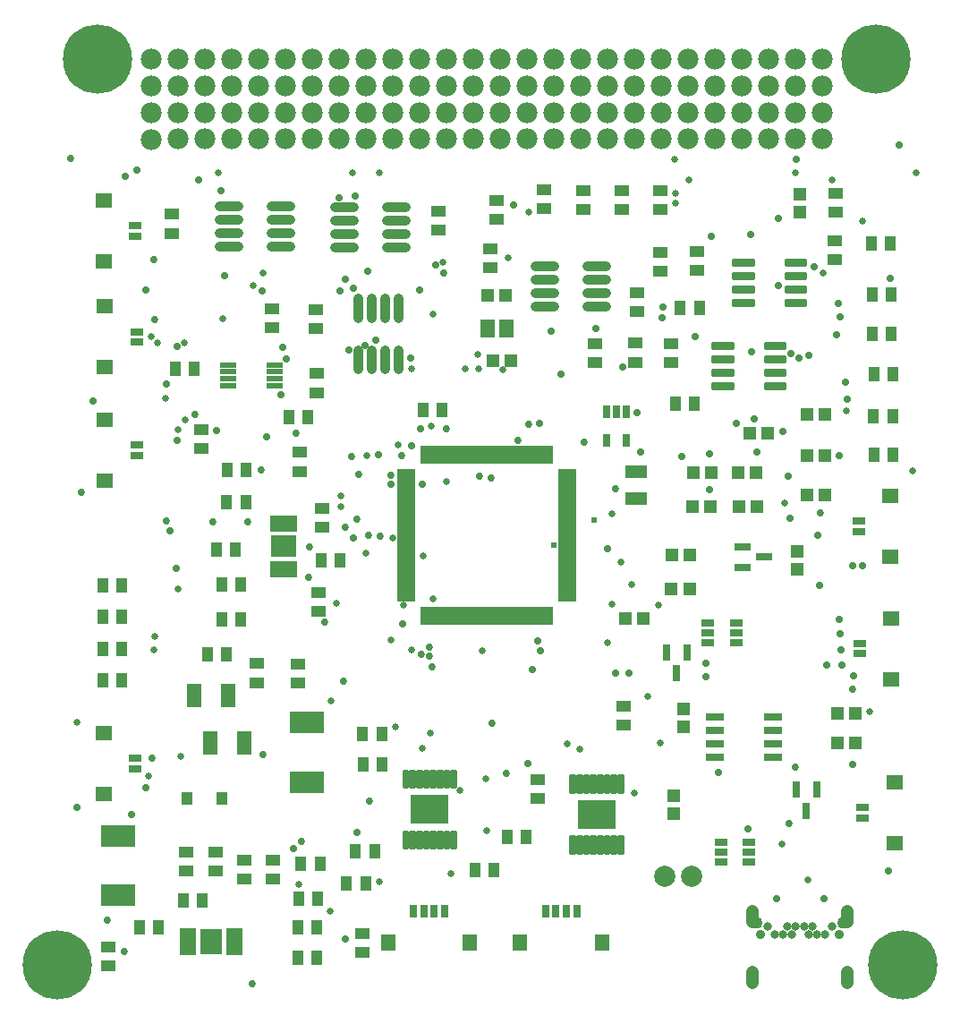
<source format=gbr>
G04 EAGLE Gerber RS-274X export*
G75*
%MOMM*%
%FSLAX34Y34*%
%LPD*%
%INSoldermask Bottom*%
%IPPOS*%
%AMOC8*
5,1,8,0,0,1.08239X$1,22.5*%
G01*
%ADD10R,1.003200X1.403200*%
%ADD11R,1.403200X1.003200*%
%ADD12R,1.403200X2.203200*%
%ADD13R,1.303200X1.203200*%
%ADD14R,1.016000X1.244600*%
%ADD15C,6.553200*%
%ADD16C,1.981200*%
%ADD17R,1.203200X0.753200*%
%ADD18R,1.503200X1.463200*%
%ADD19R,0.753200X1.203200*%
%ADD20R,1.463200X1.503200*%
%ADD21R,1.343200X1.673200*%
%ADD22R,1.203200X1.303200*%
%ADD23C,0.306600*%
%ADD24R,3.603200X2.683200*%
%ADD25R,1.524000X0.762000*%
%ADD26R,0.762000X1.524000*%
%ADD27R,1.676400X0.482600*%
%ADD28R,0.482600X1.676400*%
%ADD29R,1.524000X0.609600*%
%ADD30R,0.482600X1.600200*%
%ADD31R,2.362200X2.133600*%
%ADD32R,1.600200X0.482600*%
%ADD33R,2.133600X2.362200*%
%ADD34R,0.762000X1.625600*%
%ADD35C,0.903200*%
%ADD36C,0.803200*%
%ADD37C,1.203200*%
%ADD38C,1.103200*%
%ADD39C,0.903200*%
%ADD40R,2.103200X1.303200*%
%ADD41R,3.200400X2.159000*%
%ADD42R,1.663700X0.762000*%
%ADD43R,1.193800X0.711200*%
%ADD44R,0.711200X1.181100*%
%ADD45C,0.353406*%
%ADD46C,2.003200*%
%ADD47C,0.660400*%
%ADD48C,0.728200*%
%ADD49C,0.698500*%
%ADD50C,0.698200*%
%ADD51C,0.736600*%
%ADD52C,0.653200*%
%ADD53C,0.713200*%
%ADD54C,0.622300*%


D10*
X281252Y146464D03*
X299252Y146464D03*
D11*
X158916Y742794D03*
X158916Y760794D03*
D10*
X396870Y575684D03*
X414870Y575684D03*
D11*
X460114Y728057D03*
X460114Y710057D03*
X278750Y335467D03*
X278750Y317467D03*
X298142Y402939D03*
X298142Y384939D03*
X280119Y517690D03*
X280119Y535690D03*
D10*
X224053Y410625D03*
X206053Y410625D03*
D12*
X180335Y305671D03*
X212335Y305671D03*
D10*
X93800Y380000D03*
X111800Y380000D03*
X93800Y410000D03*
X111800Y410000D03*
X93800Y320000D03*
X111800Y320000D03*
X93800Y350000D03*
X111800Y350000D03*
D11*
X255016Y131970D03*
X255016Y149970D03*
D10*
X146668Y86106D03*
X128668Y86106D03*
D11*
X99060Y49674D03*
X99060Y67674D03*
D10*
X278274Y86444D03*
X296274Y86444D03*
D11*
X172212Y139590D03*
X172212Y157590D03*
D12*
X195592Y260652D03*
X227592Y260652D03*
D10*
X228975Y488901D03*
X210975Y488901D03*
D13*
X462670Y622046D03*
X479670Y622046D03*
X457844Y684530D03*
X474844Y684530D03*
X759955Y495173D03*
X776955Y495173D03*
X759862Y532916D03*
X776862Y532916D03*
X759914Y571473D03*
X776914Y571473D03*
X722846Y553481D03*
X705846Y553481D03*
X711732Y516801D03*
X694732Y516801D03*
X669417Y516496D03*
X652417Y516496D03*
X669054Y484138D03*
X652054Y484138D03*
D11*
X295854Y610089D03*
X295854Y592089D03*
D10*
X269547Y569183D03*
X287547Y569183D03*
X192848Y344325D03*
X210848Y344325D03*
D14*
X206050Y208602D03*
X173030Y208602D03*
D15*
X50800Y50800D03*
X850900Y50800D03*
X825500Y908050D03*
X88900Y908050D03*
D16*
X774700Y908050D03*
X774700Y882650D03*
X139700Y908050D03*
X139700Y882650D03*
X749300Y908050D03*
X749300Y882650D03*
X723900Y908050D03*
X723900Y882650D03*
X698500Y908050D03*
X698500Y882650D03*
X673100Y908050D03*
X673100Y882650D03*
X647700Y908050D03*
X647700Y882650D03*
X622300Y908050D03*
X622300Y882650D03*
X596900Y908050D03*
X596900Y882650D03*
X571500Y908050D03*
X571500Y882650D03*
X546100Y908050D03*
X546100Y882650D03*
X520700Y908050D03*
X520700Y882650D03*
X495300Y908050D03*
X495300Y882650D03*
X469900Y908050D03*
X469900Y882650D03*
X444500Y908050D03*
X444500Y882650D03*
X419100Y908050D03*
X419100Y882650D03*
X393700Y908050D03*
X393700Y882650D03*
X368300Y908050D03*
X368300Y882650D03*
X342900Y908050D03*
X342900Y882650D03*
X317500Y908050D03*
X317500Y882650D03*
X292100Y908050D03*
X292100Y882650D03*
X266700Y908050D03*
X266700Y882650D03*
X241300Y908050D03*
X241300Y882650D03*
X215900Y908050D03*
X215900Y882650D03*
X190500Y908050D03*
X190500Y882650D03*
X165100Y908050D03*
X165100Y882650D03*
X774700Y857250D03*
X774700Y832231D03*
X139700Y857250D03*
X139700Y831850D03*
X749300Y857250D03*
X749300Y832231D03*
X723900Y857250D03*
X723900Y832231D03*
X698500Y857250D03*
X698500Y832231D03*
X673100Y857250D03*
X673100Y832231D03*
X647700Y857250D03*
X647700Y832231D03*
X622300Y857250D03*
X622300Y832231D03*
X596900Y857250D03*
X596900Y832231D03*
X571500Y857250D03*
X571500Y832231D03*
X546100Y857250D03*
X546100Y832231D03*
X520700Y857250D03*
X520700Y832231D03*
X495300Y857250D03*
X495300Y832231D03*
X469900Y857250D03*
X469900Y832231D03*
X444500Y857250D03*
X444500Y832231D03*
X419100Y857250D03*
X419100Y832231D03*
X393700Y857250D03*
X393700Y832231D03*
X368300Y857250D03*
X368300Y832231D03*
X342900Y857250D03*
X342900Y832231D03*
X317500Y857250D03*
X317500Y832231D03*
X292100Y857250D03*
X292100Y832231D03*
X266700Y857250D03*
X266700Y832231D03*
X241300Y857250D03*
X241300Y832231D03*
X215900Y857250D03*
X215900Y832231D03*
X190500Y857250D03*
X190500Y832231D03*
X165100Y857250D03*
X165100Y832231D03*
D17*
X809709Y355117D03*
X809709Y345117D03*
D18*
X839609Y378867D03*
X839609Y321317D03*
D17*
X812800Y199748D03*
X812800Y189748D03*
D18*
X842700Y223498D03*
X842700Y165948D03*
D17*
X125576Y639802D03*
X125576Y649802D03*
D18*
X95676Y616052D03*
X95676Y673602D03*
D17*
X124460Y739979D03*
X124460Y749979D03*
D18*
X94560Y716229D03*
X94560Y773779D03*
D19*
X542455Y101693D03*
X532455Y101693D03*
X522455Y101693D03*
X512455Y101693D03*
D20*
X566205Y71793D03*
X488655Y71793D03*
D19*
X417413Y101777D03*
X407413Y101777D03*
X397413Y101777D03*
X387413Y101777D03*
D20*
X441163Y71877D03*
X363613Y71877D03*
D21*
X457952Y652526D03*
X475752Y652526D03*
D13*
X631760Y406092D03*
X648760Y406092D03*
D22*
X634239Y211108D03*
X634239Y194108D03*
D13*
X788860Y261233D03*
X805860Y261233D03*
X805960Y288904D03*
X788960Y288904D03*
D11*
X239684Y317783D03*
X239684Y335783D03*
D10*
X201353Y443791D03*
X219353Y443791D03*
X229455Y519027D03*
X211455Y519027D03*
X224053Y377606D03*
X206053Y377606D03*
D11*
X586570Y295851D03*
X586570Y277851D03*
X504952Y225916D03*
X504952Y207916D03*
D10*
X463914Y140716D03*
X445914Y140716D03*
X324422Y128278D03*
X342422Y128278D03*
X187942Y112200D03*
X169942Y112200D03*
D11*
X227584Y150224D03*
X227584Y132224D03*
D10*
X278867Y113538D03*
X296867Y113538D03*
D11*
X200406Y139844D03*
X200406Y157844D03*
D10*
X840064Y685082D03*
X822064Y685082D03*
D13*
X712323Y484740D03*
X695323Y484740D03*
D10*
X476140Y171704D03*
X494140Y171704D03*
X332776Y158458D03*
X350776Y158458D03*
X180030Y614913D03*
X162030Y614913D03*
D11*
X186883Y557114D03*
X186883Y539114D03*
X295406Y670536D03*
X295406Y652536D03*
X253365Y653486D03*
X253365Y671486D03*
D13*
X605400Y378460D03*
X588400Y378460D03*
D22*
X750993Y424745D03*
X750993Y441745D03*
D13*
X649460Y439030D03*
X632460Y439030D03*
D23*
X585369Y171673D02*
X585369Y157007D01*
X582303Y157007D01*
X582303Y171673D01*
X585369Y171673D01*
X585369Y159920D02*
X582303Y159920D01*
X582303Y162833D02*
X585369Y162833D01*
X585369Y165746D02*
X582303Y165746D01*
X582303Y168659D02*
X585369Y168659D01*
X585369Y171572D02*
X582303Y171572D01*
X578869Y171673D02*
X578869Y157007D01*
X575803Y157007D01*
X575803Y171673D01*
X578869Y171673D01*
X578869Y159920D02*
X575803Y159920D01*
X575803Y162833D02*
X578869Y162833D01*
X578869Y165746D02*
X575803Y165746D01*
X575803Y168659D02*
X578869Y168659D01*
X578869Y171572D02*
X575803Y171572D01*
X572369Y171673D02*
X572369Y157007D01*
X569303Y157007D01*
X569303Y171673D01*
X572369Y171673D01*
X572369Y159920D02*
X569303Y159920D01*
X569303Y162833D02*
X572369Y162833D01*
X572369Y165746D02*
X569303Y165746D01*
X569303Y168659D02*
X572369Y168659D01*
X572369Y171572D02*
X569303Y171572D01*
X565869Y171673D02*
X565869Y157007D01*
X562803Y157007D01*
X562803Y171673D01*
X565869Y171673D01*
X565869Y159920D02*
X562803Y159920D01*
X562803Y162833D02*
X565869Y162833D01*
X565869Y165746D02*
X562803Y165746D01*
X562803Y168659D02*
X565869Y168659D01*
X565869Y171572D02*
X562803Y171572D01*
X559369Y171673D02*
X559369Y157007D01*
X556303Y157007D01*
X556303Y171673D01*
X559369Y171673D01*
X559369Y159920D02*
X556303Y159920D01*
X556303Y162833D02*
X559369Y162833D01*
X559369Y165746D02*
X556303Y165746D01*
X556303Y168659D02*
X559369Y168659D01*
X559369Y171572D02*
X556303Y171572D01*
X552869Y171673D02*
X552869Y157007D01*
X549803Y157007D01*
X549803Y171673D01*
X552869Y171673D01*
X552869Y159920D02*
X549803Y159920D01*
X549803Y162833D02*
X552869Y162833D01*
X552869Y165746D02*
X549803Y165746D01*
X549803Y168659D02*
X552869Y168659D01*
X552869Y171572D02*
X549803Y171572D01*
X546369Y171673D02*
X546369Y157007D01*
X543303Y157007D01*
X543303Y171673D01*
X546369Y171673D01*
X546369Y159920D02*
X543303Y159920D01*
X543303Y162833D02*
X546369Y162833D01*
X546369Y165746D02*
X543303Y165746D01*
X543303Y168659D02*
X546369Y168659D01*
X546369Y171572D02*
X543303Y171572D01*
X539869Y171673D02*
X539869Y157007D01*
X536803Y157007D01*
X536803Y171673D01*
X539869Y171673D01*
X539869Y159920D02*
X536803Y159920D01*
X536803Y162833D02*
X539869Y162833D01*
X539869Y165746D02*
X536803Y165746D01*
X536803Y168659D02*
X539869Y168659D01*
X539869Y171572D02*
X536803Y171572D01*
X539869Y214407D02*
X539869Y229073D01*
X539869Y214407D02*
X536803Y214407D01*
X536803Y229073D01*
X539869Y229073D01*
X539869Y217320D02*
X536803Y217320D01*
X536803Y220233D02*
X539869Y220233D01*
X539869Y223146D02*
X536803Y223146D01*
X536803Y226059D02*
X539869Y226059D01*
X539869Y228972D02*
X536803Y228972D01*
X546369Y229073D02*
X546369Y214407D01*
X543303Y214407D01*
X543303Y229073D01*
X546369Y229073D01*
X546369Y217320D02*
X543303Y217320D01*
X543303Y220233D02*
X546369Y220233D01*
X546369Y223146D02*
X543303Y223146D01*
X543303Y226059D02*
X546369Y226059D01*
X546369Y228972D02*
X543303Y228972D01*
X552869Y229073D02*
X552869Y214407D01*
X549803Y214407D01*
X549803Y229073D01*
X552869Y229073D01*
X552869Y217320D02*
X549803Y217320D01*
X549803Y220233D02*
X552869Y220233D01*
X552869Y223146D02*
X549803Y223146D01*
X549803Y226059D02*
X552869Y226059D01*
X552869Y228972D02*
X549803Y228972D01*
X559369Y229073D02*
X559369Y214407D01*
X556303Y214407D01*
X556303Y229073D01*
X559369Y229073D01*
X559369Y217320D02*
X556303Y217320D01*
X556303Y220233D02*
X559369Y220233D01*
X559369Y223146D02*
X556303Y223146D01*
X556303Y226059D02*
X559369Y226059D01*
X559369Y228972D02*
X556303Y228972D01*
X565869Y229073D02*
X565869Y214407D01*
X562803Y214407D01*
X562803Y229073D01*
X565869Y229073D01*
X565869Y217320D02*
X562803Y217320D01*
X562803Y220233D02*
X565869Y220233D01*
X565869Y223146D02*
X562803Y223146D01*
X562803Y226059D02*
X565869Y226059D01*
X565869Y228972D02*
X562803Y228972D01*
X572369Y229073D02*
X572369Y214407D01*
X569303Y214407D01*
X569303Y229073D01*
X572369Y229073D01*
X572369Y217320D02*
X569303Y217320D01*
X569303Y220233D02*
X572369Y220233D01*
X572369Y223146D02*
X569303Y223146D01*
X569303Y226059D02*
X572369Y226059D01*
X572369Y228972D02*
X569303Y228972D01*
X578869Y229073D02*
X578869Y214407D01*
X575803Y214407D01*
X575803Y229073D01*
X578869Y229073D01*
X578869Y217320D02*
X575803Y217320D01*
X575803Y220233D02*
X578869Y220233D01*
X578869Y223146D02*
X575803Y223146D01*
X575803Y226059D02*
X578869Y226059D01*
X578869Y228972D02*
X575803Y228972D01*
X585369Y229073D02*
X585369Y214407D01*
X582303Y214407D01*
X582303Y229073D01*
X585369Y229073D01*
X585369Y217320D02*
X582303Y217320D01*
X582303Y220233D02*
X585369Y220233D01*
X585369Y223146D02*
X582303Y223146D01*
X582303Y226059D02*
X585369Y226059D01*
X585369Y228972D02*
X582303Y228972D01*
D24*
X561086Y193040D03*
D25*
X699485Y427118D03*
X699485Y446168D03*
X719805Y436643D03*
D26*
X750005Y217164D03*
X769055Y217164D03*
X759530Y196844D03*
D27*
X533400Y517200D03*
X533400Y512200D03*
X533400Y507200D03*
X533400Y502200D03*
X533400Y497200D03*
X533400Y492200D03*
X533400Y487200D03*
X533400Y482200D03*
X533400Y477200D03*
X533400Y472200D03*
X533400Y467200D03*
X533400Y462200D03*
X533400Y457200D03*
X533400Y452200D03*
X533400Y447200D03*
X533400Y442200D03*
X533400Y437200D03*
X533400Y432200D03*
X533400Y427200D03*
X533400Y422200D03*
X533400Y417200D03*
X533400Y412200D03*
X533400Y407200D03*
X533400Y402200D03*
X533400Y397200D03*
D28*
X517200Y381000D03*
X512200Y381000D03*
X507200Y381000D03*
X502200Y381000D03*
X497200Y381000D03*
X492200Y381000D03*
X487200Y381000D03*
X482200Y381000D03*
X477200Y381000D03*
X472200Y381000D03*
X467200Y381000D03*
X462200Y381000D03*
X457200Y381000D03*
X452200Y381000D03*
X447200Y381000D03*
X442200Y381000D03*
X437200Y381000D03*
X432200Y381000D03*
X427200Y381000D03*
X422200Y381000D03*
X417200Y381000D03*
X412200Y381000D03*
X407200Y381000D03*
X402200Y381000D03*
X397200Y381000D03*
D27*
X381000Y397200D03*
X381000Y402200D03*
X381000Y407200D03*
X381000Y412200D03*
X381000Y417200D03*
X381000Y422200D03*
X381000Y427200D03*
X381000Y432200D03*
X381000Y437200D03*
X381000Y442200D03*
X381000Y447200D03*
X381000Y452200D03*
X381000Y457200D03*
X381000Y462200D03*
X381000Y467200D03*
X381000Y472200D03*
X381000Y477200D03*
X381000Y482200D03*
X381000Y487200D03*
X381000Y492200D03*
X381000Y497200D03*
X381000Y502200D03*
X381000Y507200D03*
X381000Y512200D03*
X381000Y517200D03*
D28*
X397200Y533400D03*
X402200Y533400D03*
X407200Y533400D03*
X412200Y533400D03*
X417200Y533400D03*
X422200Y533400D03*
X427200Y533400D03*
X432200Y533400D03*
X437200Y533400D03*
X442200Y533400D03*
X447200Y533400D03*
X452200Y533400D03*
X457200Y533400D03*
X462200Y533400D03*
X467200Y533400D03*
X472200Y533400D03*
X477200Y533400D03*
X482200Y533400D03*
X487200Y533400D03*
X492200Y533400D03*
X497200Y533400D03*
X502200Y533400D03*
X507200Y533400D03*
X512200Y533400D03*
X517200Y533400D03*
D29*
X256558Y618496D03*
X256558Y611993D03*
X256558Y605491D03*
X256558Y598988D03*
X212362Y598988D03*
X212362Y605491D03*
X212362Y611993D03*
X212362Y618496D03*
D23*
X427255Y176469D02*
X427255Y161803D01*
X424189Y161803D01*
X424189Y176469D01*
X427255Y176469D01*
X427255Y164716D02*
X424189Y164716D01*
X424189Y167629D02*
X427255Y167629D01*
X427255Y170542D02*
X424189Y170542D01*
X424189Y173455D02*
X427255Y173455D01*
X427255Y176368D02*
X424189Y176368D01*
X420755Y176469D02*
X420755Y161803D01*
X417689Y161803D01*
X417689Y176469D01*
X420755Y176469D01*
X420755Y164716D02*
X417689Y164716D01*
X417689Y167629D02*
X420755Y167629D01*
X420755Y170542D02*
X417689Y170542D01*
X417689Y173455D02*
X420755Y173455D01*
X420755Y176368D02*
X417689Y176368D01*
X414255Y176469D02*
X414255Y161803D01*
X411189Y161803D01*
X411189Y176469D01*
X414255Y176469D01*
X414255Y164716D02*
X411189Y164716D01*
X411189Y167629D02*
X414255Y167629D01*
X414255Y170542D02*
X411189Y170542D01*
X411189Y173455D02*
X414255Y173455D01*
X414255Y176368D02*
X411189Y176368D01*
X407755Y176469D02*
X407755Y161803D01*
X404689Y161803D01*
X404689Y176469D01*
X407755Y176469D01*
X407755Y164716D02*
X404689Y164716D01*
X404689Y167629D02*
X407755Y167629D01*
X407755Y170542D02*
X404689Y170542D01*
X404689Y173455D02*
X407755Y173455D01*
X407755Y176368D02*
X404689Y176368D01*
X401255Y176469D02*
X401255Y161803D01*
X398189Y161803D01*
X398189Y176469D01*
X401255Y176469D01*
X401255Y164716D02*
X398189Y164716D01*
X398189Y167629D02*
X401255Y167629D01*
X401255Y170542D02*
X398189Y170542D01*
X398189Y173455D02*
X401255Y173455D01*
X401255Y176368D02*
X398189Y176368D01*
X394755Y176469D02*
X394755Y161803D01*
X391689Y161803D01*
X391689Y176469D01*
X394755Y176469D01*
X394755Y164716D02*
X391689Y164716D01*
X391689Y167629D02*
X394755Y167629D01*
X394755Y170542D02*
X391689Y170542D01*
X391689Y173455D02*
X394755Y173455D01*
X394755Y176368D02*
X391689Y176368D01*
X388255Y176469D02*
X388255Y161803D01*
X385189Y161803D01*
X385189Y176469D01*
X388255Y176469D01*
X388255Y164716D02*
X385189Y164716D01*
X385189Y167629D02*
X388255Y167629D01*
X388255Y170542D02*
X385189Y170542D01*
X385189Y173455D02*
X388255Y173455D01*
X388255Y176368D02*
X385189Y176368D01*
X381755Y176469D02*
X381755Y161803D01*
X378689Y161803D01*
X378689Y176469D01*
X381755Y176469D01*
X381755Y164716D02*
X378689Y164716D01*
X378689Y167629D02*
X381755Y167629D01*
X381755Y170542D02*
X378689Y170542D01*
X378689Y173455D02*
X381755Y173455D01*
X381755Y176368D02*
X378689Y176368D01*
X381755Y219203D02*
X381755Y233869D01*
X381755Y219203D02*
X378689Y219203D01*
X378689Y233869D01*
X381755Y233869D01*
X381755Y222116D02*
X378689Y222116D01*
X378689Y225029D02*
X381755Y225029D01*
X381755Y227942D02*
X378689Y227942D01*
X378689Y230855D02*
X381755Y230855D01*
X381755Y233768D02*
X378689Y233768D01*
X388255Y233869D02*
X388255Y219203D01*
X385189Y219203D01*
X385189Y233869D01*
X388255Y233869D01*
X388255Y222116D02*
X385189Y222116D01*
X385189Y225029D02*
X388255Y225029D01*
X388255Y227942D02*
X385189Y227942D01*
X385189Y230855D02*
X388255Y230855D01*
X388255Y233768D02*
X385189Y233768D01*
X394755Y233869D02*
X394755Y219203D01*
X391689Y219203D01*
X391689Y233869D01*
X394755Y233869D01*
X394755Y222116D02*
X391689Y222116D01*
X391689Y225029D02*
X394755Y225029D01*
X394755Y227942D02*
X391689Y227942D01*
X391689Y230855D02*
X394755Y230855D01*
X394755Y233768D02*
X391689Y233768D01*
X401255Y233869D02*
X401255Y219203D01*
X398189Y219203D01*
X398189Y233869D01*
X401255Y233869D01*
X401255Y222116D02*
X398189Y222116D01*
X398189Y225029D02*
X401255Y225029D01*
X401255Y227942D02*
X398189Y227942D01*
X398189Y230855D02*
X401255Y230855D01*
X401255Y233768D02*
X398189Y233768D01*
X407755Y233869D02*
X407755Y219203D01*
X404689Y219203D01*
X404689Y233869D01*
X407755Y233869D01*
X407755Y222116D02*
X404689Y222116D01*
X404689Y225029D02*
X407755Y225029D01*
X407755Y227942D02*
X404689Y227942D01*
X404689Y230855D02*
X407755Y230855D01*
X407755Y233768D02*
X404689Y233768D01*
X414255Y233869D02*
X414255Y219203D01*
X411189Y219203D01*
X411189Y233869D01*
X414255Y233869D01*
X414255Y222116D02*
X411189Y222116D01*
X411189Y225029D02*
X414255Y225029D01*
X414255Y227942D02*
X411189Y227942D01*
X411189Y230855D02*
X414255Y230855D01*
X414255Y233768D02*
X411189Y233768D01*
X420755Y233869D02*
X420755Y219203D01*
X417689Y219203D01*
X417689Y233869D01*
X420755Y233869D01*
X420755Y222116D02*
X417689Y222116D01*
X417689Y225029D02*
X420755Y225029D01*
X420755Y227942D02*
X417689Y227942D01*
X417689Y230855D02*
X420755Y230855D01*
X420755Y233768D02*
X417689Y233768D01*
X427255Y233869D02*
X427255Y219203D01*
X424189Y219203D01*
X424189Y233869D01*
X427255Y233869D01*
X427255Y222116D02*
X424189Y222116D01*
X424189Y225029D02*
X427255Y225029D01*
X427255Y227942D02*
X424189Y227942D01*
X424189Y230855D02*
X427255Y230855D01*
X427255Y233768D02*
X424189Y233768D01*
D24*
X402972Y197836D03*
D30*
X274676Y424932D03*
X269673Y424932D03*
X264669Y424932D03*
X259665Y424932D03*
X254661Y424932D03*
X254661Y468620D03*
X259665Y468620D03*
X264669Y468620D03*
X269673Y468620D03*
X274676Y468620D03*
D31*
X264669Y446776D03*
D32*
X174244Y62890D03*
X174244Y67894D03*
X174244Y72898D03*
X174244Y77902D03*
X174244Y82906D03*
X217932Y82906D03*
X217932Y77902D03*
X217932Y72898D03*
X217932Y67894D03*
X217932Y62890D03*
D33*
X196088Y72898D03*
D34*
X627253Y346202D03*
X646303Y346202D03*
X636778Y326898D03*
D35*
X270990Y768604D02*
X252990Y768604D01*
X252990Y755904D02*
X270990Y755904D01*
X270990Y743204D02*
X252990Y743204D01*
X252990Y730504D02*
X270990Y730504D01*
X221990Y768604D02*
X203990Y768604D01*
X203990Y755904D02*
X221990Y755904D01*
X221990Y743204D02*
X203990Y743204D01*
X203990Y730504D02*
X221990Y730504D01*
X372872Y632370D02*
X372872Y614370D01*
X360172Y614370D02*
X360172Y632370D01*
X347472Y632370D02*
X347472Y614370D01*
X334772Y614370D02*
X334772Y632370D01*
X372872Y663370D02*
X372872Y681370D01*
X360172Y681370D02*
X360172Y663370D01*
X347472Y663370D02*
X347472Y681370D01*
X334772Y681370D02*
X334772Y663370D01*
X502398Y674184D02*
X520398Y674184D01*
X520398Y686884D02*
X502398Y686884D01*
X502398Y699584D02*
X520398Y699584D01*
X520398Y712284D02*
X502398Y712284D01*
X551398Y674184D02*
X569398Y674184D01*
X569398Y686884D02*
X551398Y686884D01*
X551398Y699584D02*
X569398Y699584D01*
X569398Y712284D02*
X551398Y712284D01*
D10*
X841730Y609624D03*
X823730Y609624D03*
D22*
X642876Y292643D03*
X642876Y275643D03*
D36*
X749432Y87010D03*
X741432Y87010D03*
X722932Y87010D03*
X757432Y87010D03*
X765432Y87010D03*
X783932Y87010D03*
X745432Y80010D03*
X737432Y80010D03*
X729432Y80010D03*
X761432Y80010D03*
X769432Y80010D03*
X777432Y80010D03*
D37*
X798432Y91510D02*
X798432Y101510D01*
D38*
X793932Y91010D03*
D37*
X708432Y91510D02*
X708432Y101510D01*
D38*
X712932Y91010D03*
D39*
X716182Y80010D03*
X790682Y80010D03*
D37*
X798432Y44010D02*
X798432Y34010D01*
X708432Y34010D02*
X708432Y44010D01*
D17*
X809156Y470510D03*
X809156Y460510D03*
D18*
X839056Y494260D03*
X839056Y436710D03*
D17*
X125736Y532522D03*
X125736Y542522D03*
D18*
X95836Y508772D03*
X95836Y566322D03*
D22*
X753072Y779768D03*
X753072Y762768D03*
D40*
X598510Y491946D03*
X598510Y516946D03*
D41*
X286842Y223642D03*
X286842Y280142D03*
X108204Y173030D03*
X108204Y116530D03*
D42*
X673254Y247639D03*
X673254Y260339D03*
X673254Y273039D03*
X673254Y285739D03*
X727737Y285739D03*
X727737Y273039D03*
X727737Y260339D03*
X727737Y247639D03*
D43*
X665926Y355286D03*
X665926Y364786D03*
X665926Y374286D03*
X692850Y374286D03*
X692850Y364786D03*
X692850Y355286D03*
X678388Y147821D03*
X678388Y157321D03*
X678388Y166821D03*
X705312Y166821D03*
X705312Y157321D03*
X705312Y147821D03*
D17*
X124206Y236474D03*
X124206Y246474D03*
D18*
X94306Y212724D03*
X94306Y270274D03*
D11*
X300990Y464964D03*
X300990Y482964D03*
D10*
X318118Y433324D03*
X300118Y433324D03*
X278528Y57912D03*
X296528Y57912D03*
D11*
X339320Y80714D03*
X339320Y62714D03*
X411064Y763692D03*
X411064Y745692D03*
D35*
X380210Y767842D02*
X362210Y767842D01*
X362210Y755142D02*
X380210Y755142D01*
X380210Y742442D02*
X362210Y742442D01*
X362210Y729742D02*
X380210Y729742D01*
X331210Y767842D02*
X313210Y767842D01*
X313210Y755142D02*
X331210Y755142D01*
X331210Y742442D02*
X313210Y742442D01*
X313210Y729742D02*
X331210Y729742D01*
D44*
X570446Y573941D03*
X579946Y573941D03*
X589446Y573941D03*
X589446Y546636D03*
X570446Y546636D03*
D11*
X466356Y756246D03*
X466356Y774246D03*
X787200Y762800D03*
X787200Y780800D03*
D45*
X758499Y717099D02*
X740301Y717099D01*
X758499Y717099D02*
X758499Y712601D01*
X740301Y712601D01*
X740301Y717099D01*
X740301Y715958D02*
X758499Y715958D01*
X758499Y704399D02*
X740301Y704399D01*
X758499Y704399D02*
X758499Y699901D01*
X740301Y699901D01*
X740301Y704399D01*
X740301Y703258D02*
X758499Y703258D01*
X758499Y691699D02*
X740301Y691699D01*
X758499Y691699D02*
X758499Y687201D01*
X740301Y687201D01*
X740301Y691699D01*
X740301Y690558D02*
X758499Y690558D01*
X758499Y678999D02*
X740301Y678999D01*
X758499Y678999D02*
X758499Y674501D01*
X740301Y674501D01*
X740301Y678999D01*
X740301Y677858D02*
X758499Y677858D01*
X709099Y678999D02*
X690901Y678999D01*
X709099Y678999D02*
X709099Y674501D01*
X690901Y674501D01*
X690901Y678999D01*
X690901Y677858D02*
X709099Y677858D01*
X709099Y691699D02*
X690901Y691699D01*
X709099Y691699D02*
X709099Y687201D01*
X690901Y687201D01*
X690901Y691699D01*
X690901Y690558D02*
X709099Y690558D01*
X709099Y704399D02*
X690901Y704399D01*
X709099Y704399D02*
X709099Y699901D01*
X690901Y699901D01*
X690901Y704399D01*
X690901Y703258D02*
X709099Y703258D01*
X709099Y717099D02*
X690901Y717099D01*
X709099Y717099D02*
X709099Y712601D01*
X690901Y712601D01*
X690901Y717099D01*
X690901Y715958D02*
X709099Y715958D01*
D10*
X840000Y647700D03*
X822000Y647700D03*
X841100Y570100D03*
X823100Y570100D03*
D45*
X738999Y638399D02*
X720801Y638399D01*
X738999Y638399D02*
X738999Y633901D01*
X720801Y633901D01*
X720801Y638399D01*
X720801Y637258D02*
X738999Y637258D01*
X738999Y625699D02*
X720801Y625699D01*
X738999Y625699D02*
X738999Y621201D01*
X720801Y621201D01*
X720801Y625699D01*
X720801Y624558D02*
X738999Y624558D01*
X738999Y612999D02*
X720801Y612999D01*
X738999Y612999D02*
X738999Y608501D01*
X720801Y608501D01*
X720801Y612999D01*
X720801Y611858D02*
X738999Y611858D01*
X738999Y600299D02*
X720801Y600299D01*
X738999Y600299D02*
X738999Y595801D01*
X720801Y595801D01*
X720801Y600299D01*
X720801Y599158D02*
X738999Y599158D01*
X689599Y600299D02*
X671401Y600299D01*
X689599Y600299D02*
X689599Y595801D01*
X671401Y595801D01*
X671401Y600299D01*
X671401Y599158D02*
X689599Y599158D01*
X689599Y612999D02*
X671401Y612999D01*
X689599Y612999D02*
X689599Y608501D01*
X671401Y608501D01*
X671401Y612999D01*
X671401Y611858D02*
X689599Y611858D01*
X689599Y625699D02*
X671401Y625699D01*
X689599Y625699D02*
X689599Y621201D01*
X671401Y621201D01*
X671401Y625699D01*
X671401Y624558D02*
X689599Y624558D01*
X689599Y638399D02*
X671401Y638399D01*
X689599Y638399D02*
X689599Y633901D01*
X671401Y633901D01*
X671401Y638399D01*
X671401Y637258D02*
X689599Y637258D01*
D10*
X838900Y733200D03*
X820900Y733200D03*
X823600Y533700D03*
X841600Y533700D03*
D11*
X786700Y736000D03*
X786700Y718000D03*
X621200Y725200D03*
X621200Y707200D03*
D10*
X658100Y672500D03*
X640100Y672500D03*
D11*
X656300Y725800D03*
X656300Y707800D03*
X598800Y668600D03*
X598800Y686600D03*
X597800Y638900D03*
X597800Y620900D03*
D10*
X653200Y581400D03*
X635200Y581400D03*
D11*
X631100Y638400D03*
X631100Y620400D03*
X559600Y620500D03*
X559600Y638500D03*
D10*
X339500Y269200D03*
X357500Y269200D03*
X340300Y240300D03*
X358300Y240300D03*
D11*
X548100Y765500D03*
X548100Y783500D03*
X584500Y765300D03*
X584500Y783300D03*
X511400Y766300D03*
X511400Y784300D03*
X621500Y765300D03*
X621500Y783300D03*
D46*
X625500Y135000D03*
X650900Y135000D03*
D47*
X863600Y800100D03*
X860044Y518413D03*
X596900Y213400D03*
D48*
X500300Y330200D03*
X496300Y241100D03*
X334300Y176300D03*
D47*
X456438Y226822D03*
X422800Y136900D03*
X449644Y615130D03*
X171573Y566847D03*
X206950Y662460D03*
D49*
X243840Y518922D03*
D50*
X231140Y469646D03*
X197612Y469900D03*
D47*
X330200Y800100D03*
X386118Y615114D03*
X609600Y304800D03*
X405892Y396748D03*
X372782Y542914D03*
X145528Y639644D03*
X203200Y800100D03*
D51*
X273812Y161036D03*
D47*
X533146Y260096D03*
X395732Y255778D03*
X749300Y800100D03*
D51*
X354792Y533128D03*
X163068Y425704D03*
X330454Y454660D03*
D48*
X341600Y637100D03*
X322900Y699300D03*
D47*
X571500Y355600D03*
X370600Y275862D03*
D51*
X571500Y444500D03*
D47*
X165100Y406400D03*
X152975Y587020D03*
X621300Y260900D03*
X457200Y177800D03*
D49*
X281940Y167894D03*
D52*
X136592Y229460D03*
X167132Y248158D03*
D49*
X345948Y205994D03*
D47*
X245596Y705286D03*
D53*
X791464Y363728D03*
X769844Y457234D03*
D48*
X761600Y627000D03*
X750000Y813000D03*
X744300Y473600D03*
X733360Y757368D03*
D51*
X676490Y232834D03*
X323342Y75184D03*
X704500Y179600D03*
D49*
X142155Y718060D03*
D48*
X622814Y662562D03*
X599600Y573300D03*
X482100Y769600D03*
X317600Y776500D03*
X266900Y624000D03*
X164300Y635900D03*
D51*
X134568Y689454D03*
D47*
X436626Y614680D03*
X635000Y812800D03*
D48*
X518200Y650200D03*
D47*
X635678Y780626D03*
X472174Y613806D03*
X453136Y347980D03*
X448310Y627888D03*
X784098Y793496D03*
D54*
X520446Y447548D03*
X558292Y471932D03*
D47*
X396494Y437642D03*
X69088Y280416D03*
X619736Y390906D03*
X139192Y645414D03*
X170408Y639376D03*
D53*
X778428Y334198D03*
D52*
X797700Y574600D03*
D48*
X327000Y632600D03*
X377800Y373400D03*
X803600Y240900D03*
X394300Y558300D03*
X396100Y505200D03*
X262200Y590400D03*
X560600Y653000D03*
X745100Y629300D03*
D52*
X415100Y715200D03*
D48*
X791500Y663900D03*
X579200Y326700D03*
X209100Y703000D03*
D47*
X164560Y557072D03*
X355600Y800100D03*
X477098Y720004D03*
X319024Y494430D03*
D48*
X731400Y113500D03*
D47*
X319116Y484570D03*
D48*
X775900Y113400D03*
X790800Y533000D03*
X157100Y461100D03*
X121200Y193146D03*
X623900Y673400D03*
X712700Y535600D03*
X812900Y428400D03*
D51*
X114714Y797046D03*
D48*
X766900Y711500D03*
D47*
X142494Y361442D03*
X314706Y392938D03*
D49*
X486664Y547370D03*
D47*
X142240Y349250D03*
D49*
X304038Y375243D03*
X496824Y562610D03*
D47*
X775500Y705100D03*
X761200Y131000D03*
D49*
X366522Y513842D03*
D48*
X838600Y700500D03*
D47*
X812800Y754000D03*
X736600Y165100D03*
D49*
X376174Y532384D03*
D47*
X594360Y410464D03*
D49*
X449834Y513334D03*
D53*
X772160Y409702D03*
X591820Y327152D03*
D47*
X575418Y392254D03*
D49*
X405130Y332994D03*
D53*
X790194Y377698D03*
D49*
X402844Y342646D03*
D53*
X792018Y349244D03*
X508174Y348234D03*
X664210Y336042D03*
D49*
X402844Y351282D03*
D53*
X793464Y334172D03*
D47*
X355200Y129282D03*
X309118Y101600D03*
X235705Y693575D03*
D49*
X356616Y456438D03*
D48*
X205800Y782800D03*
D47*
X406430Y666116D03*
X343716Y532848D03*
D49*
X334010Y472440D03*
X328930Y531876D03*
X323342Y464820D03*
D47*
X404718Y560116D03*
X496970Y762514D03*
X431800Y215900D03*
X343053Y439986D03*
X309900Y300800D03*
D49*
X288290Y417068D03*
X289306Y446024D03*
D47*
X368046Y454406D03*
X377952Y391414D03*
X419100Y508000D03*
X366696Y358390D03*
D49*
X245118Y249954D03*
X475742Y231648D03*
X321310Y319532D03*
D47*
X545338Y255016D03*
X279400Y127000D03*
X403606Y269748D03*
X385826Y348996D03*
X584200Y431800D03*
D49*
X549582Y545218D03*
D47*
X819150Y290830D03*
D49*
X395494Y344686D03*
X461774Y279842D03*
D53*
X803910Y324104D03*
X664368Y323606D03*
D48*
X506730Y563372D03*
X248666Y550468D03*
D47*
X575564Y477520D03*
X739140Y487680D03*
D49*
X773176Y478536D03*
X802894Y311912D03*
X748792Y237998D03*
X742946Y184638D03*
X63500Y813562D03*
X73406Y497840D03*
X114300Y63500D03*
D51*
X837184Y139700D03*
X847598Y826008D03*
D48*
X69596Y200152D03*
D49*
X98044Y93472D03*
X153670Y470662D03*
D52*
X635254Y771398D03*
D49*
X139954Y246380D03*
X142494Y661670D03*
X235084Y32942D03*
D52*
X648718Y793750D03*
D48*
X789900Y676500D03*
D49*
X336296Y515112D03*
X461518Y511556D03*
X579162Y501594D03*
D48*
X667400Y500000D03*
D50*
X276666Y553866D03*
X416280Y705690D03*
D48*
X393300Y689500D03*
X264160Y634746D03*
D50*
X345440Y457200D03*
X181102Y571754D03*
D48*
X641858Y532130D03*
X602234Y536194D03*
D50*
X419100Y558292D03*
D48*
X384700Y625000D03*
X366800Y505100D03*
X331100Y690800D03*
X332900Y778200D03*
X244200Y688400D03*
X344300Y706900D03*
X318400Y688600D03*
X408300Y713100D03*
X351700Y641900D03*
X505100Y357400D03*
X527400Y609300D03*
X733000Y693700D03*
X710100Y567500D03*
X796900Y602400D03*
X667400Y534600D03*
X752800Y624800D03*
X788200Y646600D03*
X707500Y631200D03*
X797800Y585700D03*
X737500Y555600D03*
X669700Y740200D03*
X126100Y802700D03*
X184100Y793300D03*
X706500Y741400D03*
X742700Y512700D03*
X164400Y546600D03*
X386000Y541500D03*
X201700Y556600D03*
X134300Y218800D03*
X654100Y645400D03*
X693200Y562700D03*
X803500Y428600D03*
X84200Y584600D03*
X585800Y616300D03*
X154200Y600300D03*
M02*

</source>
